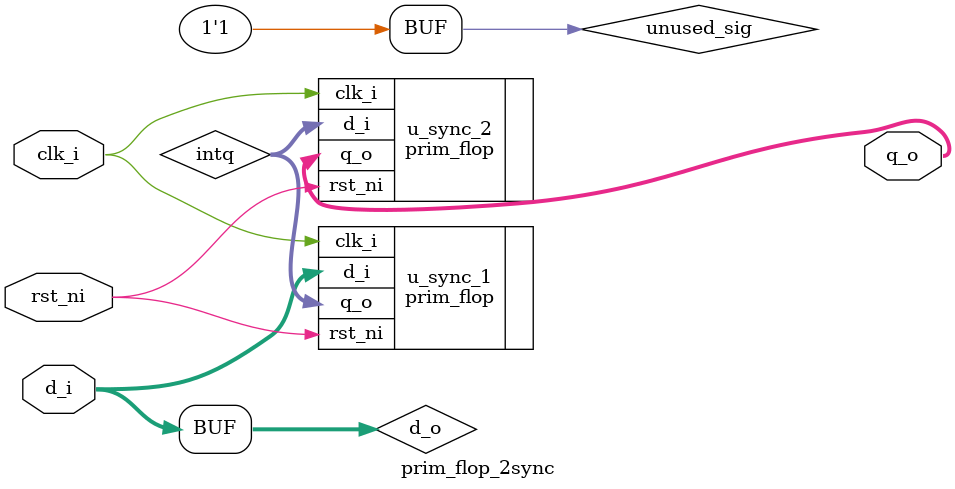
<source format=sv>
module prim_flop_2sync #(
  parameter int               Width      = 16,
  parameter logic [Width-1:0] ResetValue = '0,
  parameter bit               EnablePrimCdcRand = 1
) (
  input                    clk_i,
  input                    rst_ni,
  input        [Width-1:0] d_i,
  output logic [Width-1:0] q_o
);

  logic [Width-1:0] d_o;
  logic [Width-1:0] intq;

`ifdef SIMULATION

  prim_cdc_rand_delay #(
    .DataWidth(Width),
    .Enable(EnablePrimCdcRand)
  ) u_prim_cdc_rand_delay (
    .clk_i,
    .rst_ni,
    .src_data_i(d_i),
    .prev_data_i(intq),
    .dst_data_o(d_o)
  );
`else // !`ifdef SIMULATION
  logic unused_sig;
  assign unused_sig = EnablePrimCdcRand;
  always_comb d_o = d_i;
`endif // !`ifdef SIMULATION

  prim_flop #(
    .Width(Width),
    .ResetValue(ResetValue)
  ) u_sync_1 (
    .clk_i,
    .rst_ni,
    .d_i(d_o),
    .q_o(intq)
  );

  prim_flop #(
    .Width(Width),
    .ResetValue(ResetValue)
  ) u_sync_2 (
    .clk_i,
    .rst_ni,
    .d_i(intq),
    .q_o
  );

endmodule : prim_flop_2sync

</source>
